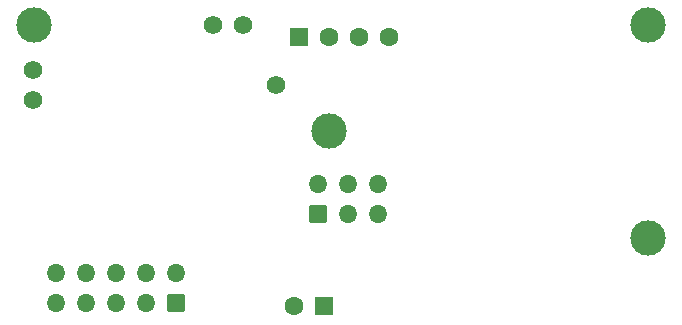
<source format=gbr>
%TF.GenerationSoftware,Altium Limited,Altium Designer,20.1.8 (145)*%
G04 Layer_Color=16711833*
%FSLAX45Y45*%
%MOMM*%
%TF.SameCoordinates,A8D28DC8-49F5-44E5-8DCE-E7A12525CE2F*%
%TF.FilePolarity,Negative*%
%TF.FileFunction,Soldermask,Bot*%
%TF.Part,Single*%
G01*
G75*
%TA.AperFunction,ViaPad*%
%ADD34C,3.00000*%
%TA.AperFunction,ComponentPad*%
%ADD38C,1.57600*%
G04:AMPARAMS|DCode=39|XSize=1.576mm|YSize=1.526mm|CornerRadius=0.21925mm|HoleSize=0mm|Usage=FLASHONLY|Rotation=0.000|XOffset=0mm|YOffset=0mm|HoleType=Round|Shape=RoundedRectangle|*
%AMROUNDEDRECTD39*
21,1,1.57600,1.08750,0,0,0.0*
21,1,1.13750,1.52600,0,0,0.0*
1,1,0.43850,0.56875,-0.54375*
1,1,0.43850,-0.56875,-0.54375*
1,1,0.43850,-0.56875,0.54375*
1,1,0.43850,0.56875,0.54375*
%
%ADD39ROUNDEDRECTD39*%
%ADD40O,1.57600X1.52600*%
%ADD41C,1.60000*%
G04:AMPARAMS|DCode=42|XSize=1.6mm|YSize=1.6mm|CornerRadius=0.2285mm|HoleSize=0mm|Usage=FLASHONLY|Rotation=180.000|XOffset=0mm|YOffset=0mm|HoleType=Round|Shape=RoundedRectangle|*
%AMROUNDEDRECTD42*
21,1,1.60000,1.14300,0,0,180.0*
21,1,1.14300,1.60000,0,0,180.0*
1,1,0.45700,-0.57150,0.57150*
1,1,0.45700,0.57150,0.57150*
1,1,0.45700,0.57150,-0.57150*
1,1,0.45700,-0.57150,-0.57150*
%
%ADD42ROUNDEDRECTD42*%
D34*
X200000Y2600000D02*
D03*
X5400000D02*
D03*
X2700000Y1700000D02*
D03*
X5400000Y800000D02*
D03*
D38*
X190500Y2222500D02*
D03*
X2245360Y2095500D02*
D03*
X190500Y1968500D02*
D03*
X1714500Y2603500D02*
D03*
X1968500D02*
D03*
D39*
X2600960Y995680D02*
D03*
X1398399Y247460D02*
D03*
D40*
X2854960Y995680D02*
D03*
X3108960Y995680D02*
D03*
Y1249680D02*
D03*
X2854960Y1249680D02*
D03*
X2600960Y1249680D02*
D03*
X1144399Y247460D02*
D03*
X890399D02*
D03*
X636399D02*
D03*
X382399D02*
D03*
Y501460D02*
D03*
X636399D02*
D03*
X890399D02*
D03*
X1144399D02*
D03*
X1398399D02*
D03*
D41*
X2397760Y223520D02*
D03*
X3209700Y2500000D02*
D03*
X2955700D02*
D03*
X2701700D02*
D03*
D42*
X2651760Y223520D02*
D03*
X2447700Y2500000D02*
D03*
%TF.MD5,822b5cbe8c3f576a0d960f49ac683bd8*%
M02*

</source>
